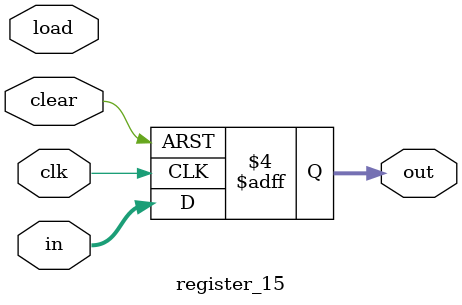
<source format=v>
module register_15 # (parameter N = 8)
	(input clk,
	 input [N-1:0] in,
    output reg [N-1:0] out,
    input load,
    input clear
    );
	 always @ (posedge clk or posedge clear)
		if (clear)		out <= 0;
		else if (load)	out <= in;
		else			out <= in;
endmodule
</source>
